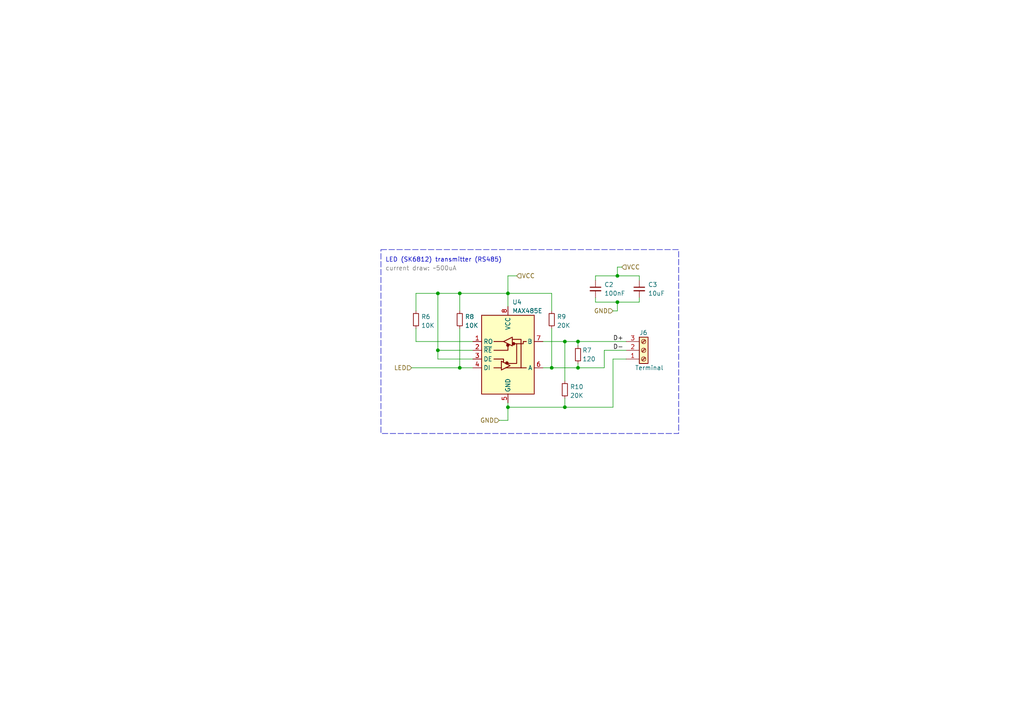
<source format=kicad_sch>
(kicad_sch (version 20230121) (generator eeschema)
  (paper "A4")
  (lib_symbols
    (symbol "Connector:Screw_Terminal_01x03" (pin_names (offset 1.016) hide)
      (property "Reference" "J" (at 0 5.08 0))
      (property "Value" "Screw_Terminal_01x03" (at 0 -5.08 0))
      (symbol "Screw_Terminal_01x03_1_1"
        (rectangle (start -1.27 3.81) (end 1.27 -3.81) (stroke (width 0.254)) (fill (type background)))
        (circle (center 0 -2.54) (radius 0.635) (stroke (width 0.1524)))
        (polyline (pts (xy -0.5334 -2.2098) (xy 0.3302 -3.048)) (stroke (width 0.1524)))
        (polyline (pts (xy -0.5334 0.3302) (xy 0.3302 -0.508)) (stroke (width 0.1524)))
        (polyline (pts (xy -0.5334 2.8702) (xy 0.3302 2.032)) (stroke (width 0.1524)))
        (polyline (pts (xy -0.3556 -2.032) (xy 0.508 -2.8702)) (stroke (width 0.1524)))
        (polyline (pts (xy -0.3556 0.508) (xy 0.508 -0.3302)) (stroke (width 0.1524)))
        (polyline (pts (xy -0.3556 3.048) (xy 0.508 2.2098)) (stroke (width 0.1524)))
        (circle (center 0 0) (radius 0.635) (stroke (width 0.1524)))
        (circle (center 0 2.54) (radius 0.635) (stroke (width 0.1524)))
        (pin passive line (at -5.08 2.54 0) (length 3.81) (name "Pin_1") (number "1"))
        (pin passive line (at -5.08 0 0) (length 3.81) (name "Pin_2") (number "2"))
        (pin passive line (at -5.08 -2.54 0) (length 3.81) (name "Pin_3") (number "3"))
      )
    )
    (symbol "Device:C_Small" (pin_numbers hide) (pin_names (offset 0.254) hide)
      (property "Reference" "C" (at 0.254 1.778 0))
      (property "Value" "C_Small" (at 0.254 -2.032 0))
      (symbol "C_Small_0_1"
        (polyline (pts (xy -1.524 -0.508) (xy 1.524 -0.508)) (stroke (width 0.3302)))
        (polyline (pts (xy -1.524 0.508) (xy 1.524 0.508)) (stroke (width 0.3048)))
      )
      (symbol "C_Small_1_1"
        (pin passive line (at 0 2.54 270) (length 2.032) (name "~") (number "1"))
        (pin passive line (at 0 -2.54 90) (length 2.032) (name "~") (number "2"))
      )
    )
    (symbol "Device:R_Small" (pin_numbers hide) (pin_names (offset 0.254) hide)
      (property "Reference" "R" (at 0.762 0.508 0))
      (property "Value" "R_Small" (at 0.762 -1.016 0))
      (symbol "R_Small_0_1"
        (rectangle (start -0.762 1.778) (end 0.762 -1.778) (stroke (width 0.2032)))
      )
      (symbol "R_Small_1_1"
        (pin passive line (at 0 2.54 270) (length 0.762) (name "~") (number "1"))
        (pin passive line (at 0 -2.54 90) (length 0.762) (name "~") (number "2"))
      )
    )
    (symbol "Interface_UART:MAX485E"
      (property "Reference" "U" (at -6.096 11.43 0))
      (property "Value" "MAX485E" (at 0.762 11.43 0))
      (symbol "MAX485E_0_1"
        (rectangle (start -7.62 10.16) (end 7.62 -12.7) (stroke (width 0.254)) (fill (type background)))
        (circle (center -0.3048 -3.683) (radius 0.3556) (stroke (width 0.254)) (fill (type outline)))
        (circle (center -0.0254 1.4986) (radius 0.3556) (stroke (width 0.254)) (fill (type outline)))
        (polyline (pts (xy -4.064 -5.08) (xy -1.905 -5.08)) (stroke (width 0.254)))
        (polyline (pts (xy -4.064 2.54) (xy -1.27 2.54)) (stroke (width 0.254)))
        (polyline (pts (xy -1.27 -3.2004) (xy -1.27 -3.4544)) (stroke (width 0.254)))
        (polyline (pts (xy -0.635 -5.08) (xy 5.334 -5.08)) (stroke (width 0.254)))
        (polyline (pts (xy -4.064 -2.54) (xy -1.27 -2.54) (xy -1.27 -3.175)) (stroke (width 0.254)))
        (polyline (pts (xy 0 1.27) (xy 0 0) (xy -4.064 0)) (stroke (width 0.254)))
        (polyline (pts (xy 1.27 3.175) (xy 3.81 3.175) (xy 3.81 -5.08)) (stroke (width 0.254)))
        (polyline (pts (xy 2.54 1.905) (xy 2.54 -3.81) (xy 0 -3.81)) (stroke (width 0.254)))
        (polyline (pts (xy -1.905 -3.175) (xy -1.905 -5.715) (xy 0.635 -4.445) (xy -1.905 -3.175)) (stroke (width 0.254)))
        (polyline (pts (xy -1.27 2.54) (xy 1.27 3.81) (xy 1.27 1.27) (xy -1.27 2.54)) (stroke (width 0.254)))
        (polyline (pts (xy 1.905 1.905) (xy 4.445 1.905) (xy 4.445 2.54) (xy 5.334 2.54)) (stroke (width 0.254)))
        (rectangle (start 1.27 3.175) (end 1.27 3.175))
        (circle (center 1.651 1.905) (radius 0.3556) (stroke (width 0.254)) (fill (type outline)))
      )
      (symbol "MAX485E_1_1"
        (pin output line (at -10.16 2.54 0) (length 2.54) (name "RO") (number "1"))
        (pin input line (at -10.16 0 0) (length 2.54) (name "~{RE}") (number "2"))
        (pin input line (at -10.16 -2.54 0) (length 2.54) (name "DE") (number "3"))
        (pin input line (at -10.16 -5.08 0) (length 2.54) (name "DI") (number "4"))
        (pin power_in line (at 0 -15.24 90) (length 2.54) (name "GND") (number "5"))
        (pin bidirectional line (at 10.16 -5.08 180) (length 2.54) (name "A") (number "6"))
        (pin bidirectional line (at 10.16 2.54 180) (length 2.54) (name "B") (number "7"))
        (pin power_in line (at 0 12.7 270) (length 2.54) (name "VCC") (number "8"))
      )
    )
  )
  (junction (at 147.32 118.11))
  (junction (at 133.35 85.09))
  (junction (at 163.83 118.11))
  (junction (at 167.64 106.68))
  (junction (at 147.32 85.09))
  (junction (at 133.35 106.68))
  (junction (at 167.64 99.06))
  (junction (at 179.07 80.01))
  (junction (at 127 101.6))
  (junction (at 127 85.09))
  (junction (at 179.07 87.63))
  (junction (at 163.83 99.06))
  (junction (at 160.02 106.68))
  (wire (pts (xy 175.26 106.68) (xy 175.26 101.6)))
  (wire (pts (xy 133.35 95.25) (xy 133.35 106.68)))
  (wire (pts (xy 157.48 99.06) (xy 163.83 99.06)))
  (wire (pts (xy 163.83 115.57) (xy 163.83 118.11)))
  (wire (pts (xy 167.64 106.68) (xy 175.26 106.68)))
  (wire (pts (xy 172.72 87.63) (xy 172.72 86.36)))
  (wire (pts (xy 167.64 99.06) (xy 181.61 99.06)))
  (wire (pts (xy 172.72 80.01) (xy 179.07 80.01)))
  (wire (pts (xy 179.07 87.63) (xy 185.42 87.63)))
  (wire (pts (xy 120.65 95.25) (xy 120.65 99.06)))
  (wire (pts (xy 144.78 121.92) (xy 147.32 121.92)))
  (wire (pts (xy 133.35 106.68) (xy 137.16 106.68)))
  (wire (pts (xy 157.48 106.68) (xy 160.02 106.68)))
  (wire (pts (xy 167.64 105.41) (xy 167.64 106.68)))
  (wire (pts (xy 177.8 104.14) (xy 177.8 118.11)))
  (wire (pts (xy 120.65 90.17) (xy 120.65 85.09)))
  (wire (pts (xy 179.07 90.17) (xy 179.07 87.63)))
  (wire (pts (xy 179.07 77.47) (xy 179.07 80.01)))
  (wire (pts (xy 185.42 80.01) (xy 185.42 81.28)))
  (wire (pts (xy 147.32 118.11) (xy 163.83 118.11)))
  (wire (pts (xy 160.02 106.68) (xy 167.64 106.68)))
  (wire (pts (xy 127 85.09) (xy 127 101.6)))
  (wire (pts (xy 163.83 99.06) (xy 167.64 99.06)))
  (wire (pts (xy 180.34 77.47) (xy 179.07 77.47)))
  (wire (pts (xy 172.72 80.01) (xy 172.72 81.28)))
  (wire (pts (xy 147.32 118.11) (xy 147.32 121.92)))
  (wire (pts (xy 119.38 106.68) (xy 133.35 106.68)))
  (wire (pts (xy 127 101.6) (xy 137.16 101.6)))
  (wire (pts (xy 160.02 90.17) (xy 160.02 85.09)))
  (wire (pts (xy 147.32 85.09) (xy 160.02 85.09)))
  (wire (pts (xy 177.8 118.11) (xy 163.83 118.11)))
  (wire (pts (xy 172.72 87.63) (xy 179.07 87.63)))
  (wire (pts (xy 147.32 80.01) (xy 149.86 80.01)))
  (wire (pts (xy 133.35 85.09) (xy 133.35 90.17)))
  (wire (pts (xy 160.02 95.25) (xy 160.02 106.68)))
  (wire (pts (xy 177.8 90.17) (xy 179.07 90.17)))
  (wire (pts (xy 167.64 99.06) (xy 167.64 100.33)))
  (wire (pts (xy 175.26 101.6) (xy 181.61 101.6)))
  (wire (pts (xy 179.07 80.01) (xy 185.42 80.01)))
  (wire (pts (xy 181.61 104.14) (xy 177.8 104.14)))
  (wire (pts (xy 163.83 99.06) (xy 163.83 110.49)))
  (wire (pts (xy 127 104.14) (xy 137.16 104.14)))
  (wire (pts (xy 120.65 85.09) (xy 127 85.09)))
  (wire (pts (xy 185.42 87.63) (xy 185.42 86.36)))
  (wire (pts (xy 120.65 99.06) (xy 137.16 99.06)))
  (wire (pts (xy 127 101.6) (xy 127 104.14)))
  (wire (pts (xy 147.32 85.09) (xy 147.32 88.9)))
  (wire (pts (xy 133.35 85.09) (xy 147.32 85.09)))
  (wire (pts (xy 127 85.09) (xy 133.35 85.09)))
  (wire (pts (xy 147.32 80.01) (xy 147.32 85.09)))
  (wire (pts (xy 147.32 118.11) (xy 147.32 116.84)))
  (rectangle (start 110.49 72.39) (end 196.85 125.73) (stroke (width 0) (type dash)))
  (text "LED (SK6812) transmitter (RS485)" (at 111.76 76.2 0) (effects (font (size 1.27 1.27)) (justify left bottom)))
  (text "current draw: ~500uA" (at 111.76 78.74 0) (effects (font (size 1.27 1.27)) (justify left bottom)))
  (label "D-" (at 177.8 101.6 0))
  (label "D+" (at 177.8 99.06 0))
  (hierarchical_label "LED" (shape input) (at 119.38 106.68 180))
  (hierarchical_label "GND" (shape input) (at 177.8 90.17 180))
  (hierarchical_label "VCC" (shape input) (at 149.86 80.01 0))
  (hierarchical_label "VCC" (shape input) (at 180.34 77.47 0))
  (hierarchical_label "GND" (shape input) (at 144.78 121.92 180))
  (symbol (lib_id "Device:C_Small") (at 172.72 83.82 0) (unit 1)
    (property "Reference" "C2" (at 175.26 82.5563 0) (effects (justify left)))
    (property "Value" "100nF" (at 175.26 85.0963 0) (effects (justify left)))
    (property "Footprint" "Capacitor_SMD:C_0603_1608Metric" (effects hide))
    (property "LCSC Part Number" "C1525" (effects hide))
    (property "LCSC Part #" "C1525" (effects hide))
    (instances (project "rp2040-led-board-schematics" (path "" (reference "C2") (unit 1))) (project "rp2040-led-board-schematics-v02" (path "" (reference "C5") (unit 1)) (path "" (reference "C6") (unit 1)) (path "" (reference "C9") (unit 1)) (path "" (reference "C17") (unit 1)) (path "" (reference "C27") (unit 1)) (path "" (reference "C37") (unit 1)) (path "" (reference "C45") (unit 1)) (path "" (reference "C42") (unit 1))) (project "electronics_v03---smt" (path "" (reference "C2") (unit 1))))
  )
  (symbol (lib_id "Connector:Screw_Terminal_01x03") (at 186.69 101.6 0) (mirror x) (unit 1)
    (property "Reference" "J6" (at 185.42 96.52 0) (effects (justify left)))
    (property "Value" "Terminal" (at 184.15 106.68 0) (effects (justify left)))
    (property "Footprint" "Frangitron:ScrewTerminal_01x03_5.08_Amphenol" (effects hide))
    (property "URL" "https://www.mouser.fr/ProductDetail/Amphenol-Anytek/VI0321550000G?qs=Mv7BduZupUjI2aG91xVokw%3D%3D" (effects hide))
    (instances (project "rp2040-led-board-schematics-v02" (path "" (reference "J6") (unit 1)) (path "" (reference "J7") (unit 1)) (path "" (reference "J8") (unit 1)) (path "" (reference "J10") (unit 1)) (path "" (reference "J19") (unit 1)) (path "" (reference "J22") (unit 1)) (path "" (reference "J21") (unit 1)) (path "" (reference "J20") (unit 1))))
  )
  (symbol (lib_id "Device:R_Small") (at 120.65 92.71 0) (unit 1)
    (property "Reference" "R6" (at 122.1486 91.8753 0) (effects (justify left)))
    (property "Value" "10K" (at 122.1486 94.4122 0) (effects (justify left)))
    (property "Footprint" "Resistor_SMD:R_0402_1005Metric" (effects hide))
    (property "LCSC Part Number" "C15401" (effects hide))
    (property "LCSC Part #" "C15401" (effects hide))
    (instances (project "rp2040-led-board-schematics" (path "" (reference "R6") (unit 1))) (project "rp2040-led-board-schematics-v02" (path "" (reference "R2") (unit 1)) (path "" (reference "R6") (unit 1)) (path "" (reference "R12") (unit 1)) (path "" (reference "R24") (unit 1)) (path "" (reference "R45") (unit 1)) (path "" (reference "R50") (unit 1)) (path "" (reference "R69") (unit 1)) (path "" (reference "R67") (unit 1))) (project "electronics_v03---smt" (path "" (reference "R1") (unit 1))))
  )
  (symbol (lib_id "Device:C_Small") (at 185.42 83.82 0) (unit 1)
    (property "Reference" "C3" (at 187.96 82.5563 0) (effects (justify left)))
    (property "Value" "10uF" (at 187.96 85.0963 0) (effects (justify left)))
    (property "Footprint" "Capacitor_SMD:C_0402_1005Metric" (effects hide))
    (property "LCSC Part Number" "C1525" (effects hide))
    (property "LCSC Part #" "C1525" (effects hide))
    (instances (project "rp2040-led-board-schematics" (path "" (reference "C3") (unit 1))) (project "rp2040-led-board-schematics-v02" (path "" (reference "C4") (unit 1)) (path "" (reference "C7") (unit 1)) (path "" (reference "C8") (unit 1)) (path "" (reference "C18") (unit 1)) (path "" (reference "C28") (unit 1)) (path "" (reference "C46") (unit 1)) (path "" (reference "C44") (unit 1)) (path "" (reference "C43") (unit 1))) (project "electronics_v03---smt" (path "" (reference "C2") (unit 1))))
  )
  (symbol (lib_id "Device:R_Small") (at 163.83 113.03 0) (unit 1)
    (property "Reference" "R10" (at 165.3286 112.1953 0) (effects (justify left)))
    (property "Value" "20K" (at 165.3286 114.7322 0) (effects (justify left)))
    (property "Footprint" "Resistor_SMD:R_0402_1005Metric" (effects hide))
    (property "LCSC Part Number" "C4328" (effects hide))
    (property "LCSC Part #" "C4328" (effects hide))
    (instances (project "rp2040-led-board-schematics" (path "" (reference "R10") (unit 1))) (project "rp2040-led-board-schematics-v02" (path "" (reference "R7") (unit 1)) (path "" (reference "R8") (unit 1)) (path "" (reference "R14") (unit 1)) (path "" (reference "R25") (unit 1)) (path "" (reference "R49") (unit 1)) (path "" (reference "R70") (unit 1)) (path "" (reference "R68") (unit 1)) (path "" (reference "R66") (unit 1))) (project "electronics_v03---smt" (path "" (reference "R14") (unit 1))))
  )
  (symbol (lib_id "Device:R_Small") (at 133.35 92.71 0) (unit 1)
    (property "Reference" "R8" (at 134.8486 91.8753 0) (effects (justify left)))
    (property "Value" "10K" (at 134.8486 94.4122 0) (effects (justify left)))
    (property "Footprint" "Resistor_SMD:R_0402_1005Metric" (effects hide))
    (property "LCSC Part Number" "C15401" (effects hide))
    (property "LCSC Part #" "C15401" (effects hide))
    (instances (project "rp2040-led-board-schematics" (path "" (reference "R8") (unit 1))) (project "rp2040-led-board-schematics-v02" (path "" (reference "R1") (unit 1)) (path "" (reference "R5") (unit 1)) (path "" (reference "R11") (unit 1)) (path "" (reference "R42") (unit 1)) (path "" (reference "R46") (unit 1)) (path "" (reference "R51") (unit 1)) (path "" (reference "R65") (unit 1)) (path "" (reference "R62") (unit 1))) (project "electronics_v03---smt" (path "" (reference "R4") (unit 1))))
  )
  (symbol (lib_id "Device:R_Small") (at 167.64 102.87 0) (unit 1)
    (property "Reference" "R7" (at 168.91 101.6 0) (effects (justify left)))
    (property "Value" "120" (at 168.91 104.14 0) (effects (justify left)))
    (property "Footprint" "Resistor_SMD:R_0402_1005Metric" (effects hide))
    (property "LCSC Part Number" "C4328" (effects hide))
    (property "LCSC Part #" "C4328" (effects hide))
    (instances (project "rp2040-led-board-schematics" (path "" (reference "R7") (unit 1))) (project "rp2040-led-board-schematics-v02" (path "" (reference "R3") (unit 1)) (path "" (reference "R10") (unit 1)) (path "" (reference "R13") (unit 1)) (path "" (reference "R44") (unit 1)) (path "" (reference "R48") (unit 1)) (path "" (reference "R72") (unit 1)) (path "" (reference "R64") (unit 1)) (path "" (reference "R60") (unit 1))) (project "electronics_v03---smt" (path "" (reference "R5") (unit 1))))
  )
  (symbol (lib_id "Interface_UART:MAX485E") (at 147.32 101.6 0) (unit 1)
    (property "Reference" "U4" (at 148.59 87.63 0) (effects (justify left)))
    (property "Value" "MAX485E" (at 148.59 90.17 0) (effects (justify left)))
    (property "Footprint" "Package_SO:SOIC-8_3.9x4.9mm_P1.27mm" (effects hide))
    (property "Datasheet" "https://datasheets.maximintegrated.com/en/ds/MAX1487E-MAX491E.pdf" (effects hide))
    (instances (project "rp2040-led-board-schematics" (path "" (reference "U4") (unit 1))) (project "rp2040-led-board-schematics-v02" (path "" (reference "U6") (unit 1)) (path "" (reference "U7") (unit 1)) (path "" (reference "U8") (unit 1)) (path "" (reference "U13") (unit 1)) (path "" (reference "U15") (unit 1)) (path "" (reference "U16") (unit 1)) (path "" (reference "U22") (unit 1)) (path "" (reference "U21") (unit 1))))
  )
  (symbol (lib_id "Device:R_Small") (at 160.02 92.71 0) (unit 1)
    (property "Reference" "R9" (at 161.5186 91.8753 0) (effects (justify left)))
    (property "Value" "20K" (at 161.5186 94.4122 0) (effects (justify left)))
    (property "Footprint" "Resistor_SMD:R_0402_1005Metric" (effects hide))
    (property "LCSC Part Number" "C4328" (effects hide))
    (property "LCSC Part #" "C4328" (effects hide))
    (instances (project "rp2040-led-board-schematics" (path "" (reference "R9") (unit 1))) (project "rp2040-led-board-schematics-v02" (path "" (reference "R4") (unit 1)) (path "" (reference "R9") (unit 1)) (path "" (reference "R15") (unit 1)) (path "" (reference "R43") (unit 1)) (path "" (reference "R47") (unit 1)) (path "" (reference "R71") (unit 1)) (path "" (reference "R63") (unit 1)) (path "" (reference "R61") (unit 1))) (project "electronics_v03---smt" (path "" (reference "R5") (unit 1))))
  )
)
</source>
